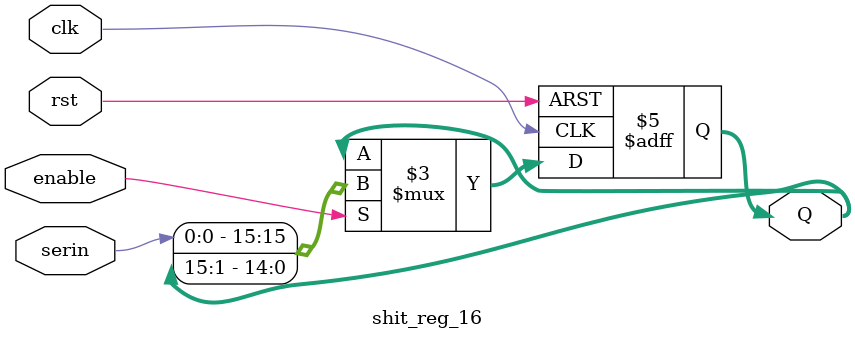
<source format=v>
`timescale 1ns / 1ps


module shit_reg_16(
    input serin,
    output reg [15:0] Q,
    input clk,
    input enable,
    input rst
    );
    
   always@(posedge rst or posedge clk)
   begin
        if (rst)
            Q <= 16'b00;
        else
            if(enable)
                Q <= {serin,Q[15:1]};
            else
                Q <= Q;
   end
    
endmodule

</source>
